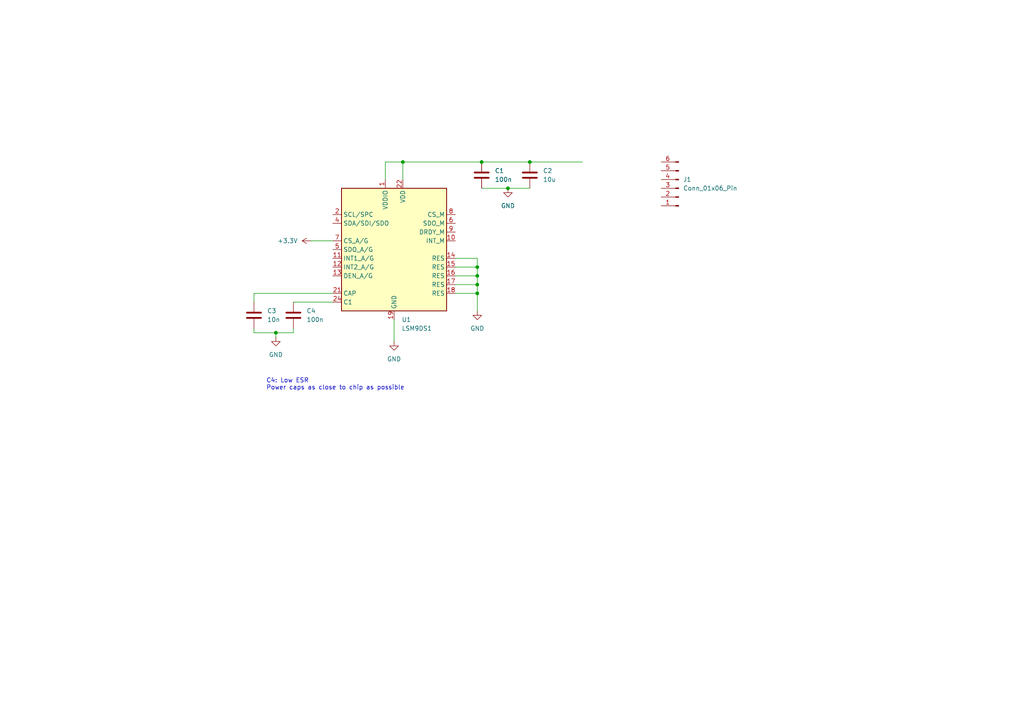
<source format=kicad_sch>
(kicad_sch (version 20231120) (generator "eeschema") (generator_version "8.0")
  (paper "A4")
  (title_block (title "Sensor Rib") (date "2024-08-17") (rev "1") (company "Group 6 - Fall 2024 Capstone") (comment 1 "Anson Bridges"))
  (lib_symbols
    (symbol "Connector:Conn_01x06_Pin" (pin_names (offset 1.016) hide)
      (property "Reference" "J" (at 0 7.62 0))
      (property "Value" "Conn_01x06_Pin" (at 0 -10.16 0))
      (symbol "Conn_01x06_Pin_1_1"
        (polyline (pts (xy 1.27 -7.62) (xy 0.8636 -7.62)) (stroke (width 0.1524)))
        (polyline (pts (xy 1.27 -5.08) (xy 0.8636 -5.08)) (stroke (width 0.1524)))
        (polyline (pts (xy 1.27 -2.54) (xy 0.8636 -2.54)) (stroke (width 0.1524)))
        (polyline (pts (xy 1.27 0) (xy 0.8636 0)) (stroke (width 0.1524)))
        (polyline (pts (xy 1.27 2.54) (xy 0.8636 2.54)) (stroke (width 0.1524)))
        (polyline (pts (xy 1.27 5.08) (xy 0.8636 5.08)) (stroke (width 0.1524)))
        (rectangle (start 0.8636 -7.493) (end 0 -7.747) (stroke (width 0.1524)) (fill (type outline)))
        (rectangle (start 0.8636 -4.953) (end 0 -5.207) (stroke (width 0.1524)) (fill (type outline)))
        (rectangle (start 0.8636 -2.413) (end 0 -2.667) (stroke (width 0.1524)) (fill (type outline)))
        (rectangle (start 0.8636 0.127) (end 0 -0.127) (stroke (width 0.1524)) (fill (type outline)))
        (rectangle (start 0.8636 2.667) (end 0 2.413) (stroke (width 0.1524)) (fill (type outline)))
        (rectangle (start 0.8636 5.207) (end 0 4.953) (stroke (width 0.1524)) (fill (type outline)))
        (pin passive line (at 5.08 5.08 180) (length 3.81) (name "Pin_1") (number "1"))
        (pin passive line (at 5.08 2.54 180) (length 3.81) (name "Pin_2") (number "2"))
        (pin passive line (at 5.08 0 180) (length 3.81) (name "Pin_3") (number "3"))
        (pin passive line (at 5.08 -2.54 180) (length 3.81) (name "Pin_4") (number "4"))
        (pin passive line (at 5.08 -5.08 180) (length 3.81) (name "Pin_5") (number "5"))
        (pin passive line (at 5.08 -7.62 180) (length 3.81) (name "Pin_6") (number "6"))
      )
    )
    (symbol "Device:C" (pin_numbers hide) (pin_names (offset 0.254))
      (property "Reference" "C" (at 0.635 2.54 0))
      (property "Value" "C" (at 0.635 -2.54 0))
      (symbol "C_0_1"
        (polyline (pts (xy -2.032 -0.762) (xy 2.032 -0.762)) (stroke (width 0.508)))
        (polyline (pts (xy -2.032 0.762) (xy 2.032 0.762)) (stroke (width 0.508)))
      )
      (symbol "C_1_1"
        (pin passive line (at 0 3.81 270) (length 2.794) (name "~") (number "1"))
        (pin passive line (at 0 -3.81 90) (length 2.794) (name "~") (number "2"))
      )
    )
    (symbol "Sensor_Motion:LSM9DS1"
      (property "Reference" "U" (at -15.24 21.59 0))
      (property "Value" "LSM9DS1" (at -15.24 19.05 0))
      (symbol "LSM9DS1_0_1"
        (rectangle (start -15.24 17.78) (end 15.24 -17.78) (stroke (width 0.254)) (fill (type background)))
      )
      (symbol "LSM9DS1_1_1"
        (pin power_in line (at -2.54 20.32 270) (length 2.54) (name "VDDIO") (number "1"))
        (pin output line (at 17.78 2.54 180) (length 2.54) (name "INT_M") (number "10"))
        (pin output line (at -17.78 -2.54 0) (length 2.54) (name "INT1_A/G") (number "11"))
        (pin output line (at -17.78 -5.08 0) (length 2.54) (name "INT2_A/G") (number "12"))
        (pin input line (at -17.78 -7.62 0) (length 2.54) (name "DEN_A/G") (number "13"))
        (pin bidirectional line (at 17.78 -2.54 180) (length 2.54) (name "RES") (number "14"))
        (pin bidirectional line (at 17.78 -5.08 180) (length 2.54) (name "RES") (number "15"))
        (pin bidirectional line (at 17.78 -7.62 180) (length 2.54) (name "RES") (number "16"))
        (pin bidirectional line (at 17.78 -10.16 180) (length 2.54) (name "RES") (number "17"))
        (pin bidirectional line (at 17.78 -12.7 180) (length 2.54) (name "RES") (number "18"))
        (pin power_in line (at 0 -20.32 90) (length 2.54) (name "GND") (number "19"))
        (pin input line (at -17.78 10.16 0) (length 2.54) (name "SCL/SPC") (number "2"))
        (pin passive line (at 0 -20.32 90) (length 2.54) hide (name "GND") (number "20"))
        (pin passive line (at -17.78 -12.7 0) (length 2.54) (name "CAP") (number "21"))
        (pin power_in line (at 2.54 20.32 270) (length 2.54) (name "VDD") (number "22"))
        (pin passive line (at 2.54 20.32 270) (length 2.54) hide (name "VDD") (number "23"))
        (pin passive line (at -17.78 -15.24 0) (length 2.54) (name "C1") (number "24"))
        (pin passive line (at -2.54 20.32 270) (length 2.54) hide (name "VDDIO") (number "3"))
        (pin bidirectional line (at -17.78 7.62 0) (length 2.54) (name "SDA/SDI/SDO") (number "4"))
        (pin output line (at -17.78 0 0) (length 2.54) (name "SDO_A/G") (number "5"))
        (pin output line (at 17.78 7.62 180) (length 2.54) (name "SDO_M") (number "6"))
        (pin input line (at -17.78 2.54 0) (length 2.54) (name "CS_A/G") (number "7"))
        (pin input line (at 17.78 10.16 180) (length 2.54) (name "CS_M") (number "8"))
        (pin output line (at 17.78 5.08 180) (length 2.54) (name "DRDY_M") (number "9"))
      )
    )
    (symbol "power:+3.3V" (power) (pin_numbers hide) (pin_names (offset 0) hide)
      (property "Value" "+3.3V" (at 0 3.556 0))
      (symbol "+3.3V_0_1"
        (polyline (pts (xy -0.762 1.27) (xy 0 2.54)))
        (polyline (pts (xy 0 0) (xy 0 2.54)))
        (polyline (pts (xy 0 2.54) (xy 0.762 1.27)))
      )
      (symbol "+3.3V_1_1"
        (pin power_in line (at 0 0 90) (length 0) (name "~") (number "1"))
      )
    )
    (symbol "power:GND" (power) (pin_numbers hide) (pin_names (offset 0) hide)
      (property "Value" "GND" (at 0 -3.81 0))
      (symbol "GND_0_1"
        (polyline (pts (xy 0 0) (xy 0 -1.27) (xy 1.27 -1.27) (xy 0 -2.54) (xy -1.27 -1.27) (xy 0 -1.27)))
      )
      (symbol "GND_1_1"
        (pin power_in line (at 0 0 270) (length 0) (name "~") (number "1"))
      )
    )
  )
  (junction (at 138.43 82.55))
  (junction (at 80.01 96.52))
  (junction (at 139.7 46.99))
  (junction (at 138.43 85.09))
  (junction (at 138.43 80.01))
  (junction (at 147.32 54.61))
  (junction (at 116.84 46.99))
  (junction (at 153.67 46.99))
  (junction (at 138.43 77.47))
  (wire (pts (xy 138.43 80.01) (xy 138.43 77.47)))
  (wire (pts (xy 116.84 46.99) (xy 116.84 52.07)))
  (wire (pts (xy 138.43 82.55) (xy 138.43 80.01)))
  (wire (pts (xy 111.76 52.07) (xy 111.76 46.99)))
  (wire (pts (xy 73.66 96.52) (xy 73.66 95.25)))
  (wire (pts (xy 90.17 69.85) (xy 96.52 69.85)))
  (wire (pts (xy 85.09 95.25) (xy 85.09 96.52)))
  (wire (pts (xy 139.7 46.99) (xy 153.67 46.99)))
  (wire (pts (xy 80.01 96.52) (xy 80.01 97.79)))
  (wire (pts (xy 73.66 85.09) (xy 96.52 85.09)))
  (wire (pts (xy 132.08 82.55) (xy 138.43 82.55)))
  (wire (pts (xy 85.09 96.52) (xy 80.01 96.52)))
  (wire (pts (xy 132.08 85.09) (xy 138.43 85.09)))
  (wire (pts (xy 114.3 92.71) (xy 114.3 99.06)))
  (wire (pts (xy 138.43 85.09) (xy 138.43 82.55)))
  (wire (pts (xy 153.67 46.99) (xy 168.91 46.99)))
  (wire (pts (xy 138.43 77.47) (xy 138.43 74.93)))
  (wire (pts (xy 147.32 54.61) (xy 153.67 54.61)))
  (wire (pts (xy 132.08 74.93) (xy 138.43 74.93)))
  (wire (pts (xy 139.7 54.61) (xy 147.32 54.61)))
  (wire (pts (xy 132.08 80.01) (xy 138.43 80.01)))
  (wire (pts (xy 132.08 77.47) (xy 138.43 77.47)))
  (wire (pts (xy 73.66 85.09) (xy 73.66 87.63)))
  (wire (pts (xy 138.43 90.17) (xy 138.43 85.09)))
  (wire (pts (xy 116.84 46.99) (xy 139.7 46.99)))
  (wire (pts (xy 73.66 96.52) (xy 80.01 96.52)))
  (wire (pts (xy 111.76 46.99) (xy 116.84 46.99)))
  (wire (pts (xy 85.09 87.63) (xy 96.52 87.63)))
  (text "C4: Low ESR\nPower caps as close to chip as possible" (at 77.216 111.506 0) (effects (font (size 1.27 1.27)) (justify left)))
  (symbol (lib_id "power:GND") (at 80.01 97.79 0) (unit 1)
    (property "Reference" "#PWR04" (effects (hide yes)))
    (property "Value" "GND" (at 80.01 102.87 0))
    (property "Description" "Power symbol creates a global label with name \"GND\" , ground" (effects (hide yes)))
  )
  (symbol (lib_id "power:+3.3V") (at 90.17 69.85 90) (unit 1)
    (property "Reference" "#PWR05" (effects (hide yes)))
    (property "Value" "+3.3V" (at 86.36 69.8499 90) (effects (justify left)))
    (property "Description" "Power symbol creates a global label with name \"+3.3V\"" (effects (hide yes)))
  )
  (symbol (lib_id "power:GND") (at 138.43 90.17 0) (unit 1)
    (property "Reference" "#PWR03" (effects (hide yes)))
    (property "Value" "GND" (at 138.43 95.25 0))
    (property "Description" "Power symbol creates a global label with name \"GND\" , ground" (effects (hide yes)))
  )
  (symbol (lib_id "Device:C") (at 139.7 50.8 0) (unit 1)
    (property "Reference" "C1" (at 143.51 49.5299 0) (effects (justify left)))
    (property "Value" "100n" (at 143.51 52.0699 0) (effects (justify left)))
    (property "Description" "Unpolarized capacitor" (effects (hide yes)))
  )
  (symbol (lib_id "Device:C") (at 85.09 91.44 0) (unit 1)
    (property "Reference" "C4" (at 88.9 90.1699 0) (effects (justify left)))
    (property "Value" "100n" (at 88.9 92.7099 0) (effects (justify left)))
    (property "Description" "Unpolarized capacitor" (effects (hide yes)))
  )
  (symbol (lib_id "Device:C") (at 153.67 50.8 0) (unit 1)
    (property "Reference" "C2" (at 157.48 49.5299 0) (effects (justify left)))
    (property "Value" "10u" (at 157.48 52.0699 0) (effects (justify left)))
    (property "Description" "Unpolarized capacitor" (effects (hide yes)))
  )
  (symbol (lib_id "Device:C") (at 73.66 91.44 0) (unit 1)
    (property "Reference" "C3" (at 77.47 90.1699 0) (effects (justify left)))
    (property "Value" "10n" (at 77.47 92.7099 0) (effects (justify left)))
    (property "Description" "Ceramic capacitor 16V" (effects (hide yes)))
  )
  (symbol (lib_id "power:GND") (at 147.32 54.61 0) (unit 1)
    (property "Reference" "#PWR01" (effects (hide yes)))
    (property "Value" "GND" (at 147.32 59.69 0))
    (property "Description" "Power symbol creates a global label with name \"GND\" , ground" (effects (hide yes)))
  )
  (symbol (lib_id "power:GND") (at 114.3 99.06 0) (unit 1)
    (property "Reference" "#PWR02" (effects (hide yes)))
    (property "Value" "GND" (at 114.3 104.14 0))
    (property "Description" "Power symbol creates a global label with name \"GND\" , ground" (effects (hide yes)))
  )
  (symbol (lib_id "Sensor_Motion:LSM9DS1") (at 114.3 72.39 0) (unit 1)
    (property "Reference" "U1" (at 116.4941 92.71 0) (effects (justify left)))
    (property "Value" "LSM9DS1" (at 116.4941 95.25 0) (effects (justify left)))
    (property "Footprint" "Package_LGA:LGA-24L_3x3.5mm_P0.43mm" (effects (hide yes)))
    (property "Datasheet" "https://www.digikey.com/htmldatasheets/production/1639232/0/0/1/LSM9DS1-Datasheet.pdf" (effects (hide yes)))
    (property "Description" "I2C SPI 9 axis IMU accelerometer gyroscope magnetometer" (effects (hide yes)))
  )
  (symbol (lib_id "Connector:Conn_01x06_Pin") (at 196.85 54.61 180) (unit 1)
    (property "Reference" "J1" (at 198.12 52.0699 0) (effects (justify right)))
    (property "Value" "Conn_01x06_Pin" (at 198.12 54.6099 0) (effects (justify right)))
    (property "Description" "Generic connector, single row, 01x06, script generated" (effects (hide yes)))
  )
)
</source>
